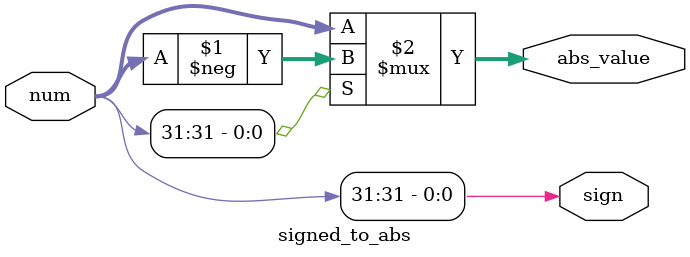
<source format=v>
module signed_to_abs #
(
    parameter WIDTH = 32
)
(
    input [WIDTH-1:0] num,
    output [WIDTH-1:0] abs_value,
    output sign
);
    assign sign = num[WIDTH-1];
    assign abs_value = sign ? -num : num;
endmodule

</source>
